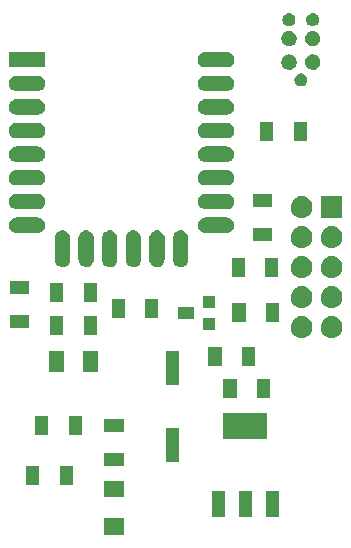
<source format=gbr>
G04 #@! TF.FileFunction,Soldermask,Top*
%FSLAX46Y46*%
G04 Gerber Fmt 4.6, Leading zero omitted, Abs format (unit mm)*
G04 Created by KiCad (PCBNEW 4.0.2-stable) date 20.4.2016 10:49:15*
%MOMM*%
G01*
G04 APERTURE LIST*
%ADD10C,0.050000*%
G04 APERTURE END LIST*
D10*
G36*
X70029170Y-175693160D02*
X68405170Y-175693160D01*
X68405170Y-174323160D01*
X70029170Y-174323160D01*
X70029170Y-175693160D01*
X70029170Y-175693160D01*
G37*
G36*
X78601670Y-174169160D02*
X77485670Y-174169160D01*
X77485670Y-172037160D01*
X78601670Y-172037160D01*
X78601670Y-174169160D01*
X78601670Y-174169160D01*
G37*
G36*
X83173670Y-174169160D02*
X82057670Y-174169160D01*
X82057670Y-172037160D01*
X83173670Y-172037160D01*
X83173670Y-174169160D01*
X83173670Y-174169160D01*
G37*
G36*
X80887670Y-174169160D02*
X79771670Y-174169160D01*
X79771670Y-172037160D01*
X80887670Y-172037160D01*
X80887670Y-174169160D01*
X80887670Y-174169160D01*
G37*
G36*
X70029170Y-172518160D02*
X68405170Y-172518160D01*
X68405170Y-171148160D01*
X70029170Y-171148160D01*
X70029170Y-172518160D01*
X70029170Y-172518160D01*
G37*
G36*
X62886690Y-171502160D02*
X61770690Y-171502160D01*
X61770690Y-169878160D01*
X62886690Y-169878160D01*
X62886690Y-171502160D01*
X62886690Y-171502160D01*
G37*
G36*
X65741650Y-171502160D02*
X64625650Y-171502160D01*
X64625650Y-169878160D01*
X65741650Y-169878160D01*
X65741650Y-171502160D01*
X65741650Y-171502160D01*
G37*
G36*
X70029170Y-169881640D02*
X68405170Y-169881640D01*
X68405170Y-168765640D01*
X70029170Y-168765640D01*
X70029170Y-169881640D01*
X70029170Y-169881640D01*
G37*
G36*
X74728170Y-169548900D02*
X73612170Y-169548900D01*
X73612170Y-166654900D01*
X74728170Y-166654900D01*
X74728170Y-169548900D01*
X74728170Y-169548900D01*
G37*
G36*
X82208470Y-167565160D02*
X78450870Y-167565160D01*
X78450870Y-165433160D01*
X82208470Y-165433160D01*
X82208470Y-167565160D01*
X82208470Y-167565160D01*
G37*
G36*
X66503650Y-167247660D02*
X65387650Y-167247660D01*
X65387650Y-165623660D01*
X66503650Y-165623660D01*
X66503650Y-167247660D01*
X66503650Y-167247660D01*
G37*
G36*
X63648690Y-167247660D02*
X62532690Y-167247660D01*
X62532690Y-165623660D01*
X63648690Y-165623660D01*
X63648690Y-167247660D01*
X63648690Y-167247660D01*
G37*
G36*
X70029170Y-167026680D02*
X68405170Y-167026680D01*
X68405170Y-165910680D01*
X70029170Y-165910680D01*
X70029170Y-167026680D01*
X70029170Y-167026680D01*
G37*
G36*
X82442150Y-164136160D02*
X81326150Y-164136160D01*
X81326150Y-162512160D01*
X82442150Y-162512160D01*
X82442150Y-164136160D01*
X82442150Y-164136160D01*
G37*
G36*
X79587190Y-164136160D02*
X78471190Y-164136160D01*
X78471190Y-162512160D01*
X79587190Y-162512160D01*
X79587190Y-164136160D01*
X79587190Y-164136160D01*
G37*
G36*
X74728170Y-163041420D02*
X73612170Y-163041420D01*
X73612170Y-160147420D01*
X74728170Y-160147420D01*
X74728170Y-163041420D01*
X74728170Y-163041420D01*
G37*
G36*
X67837150Y-161913660D02*
X66594150Y-161913660D01*
X66594150Y-160162660D01*
X67837150Y-160162660D01*
X67837150Y-161913660D01*
X67837150Y-161913660D01*
G37*
G36*
X64982190Y-161913660D02*
X63739190Y-161913660D01*
X63739190Y-160162660D01*
X64982190Y-160162660D01*
X64982190Y-161913660D01*
X64982190Y-161913660D01*
G37*
G36*
X81172150Y-161405660D02*
X80056150Y-161405660D01*
X80056150Y-159781660D01*
X81172150Y-159781660D01*
X81172150Y-161405660D01*
X81172150Y-161405660D01*
G37*
G36*
X78317190Y-161405660D02*
X77201190Y-161405660D01*
X77201190Y-159781660D01*
X78317190Y-159781660D01*
X78317190Y-161405660D01*
X78317190Y-161405660D01*
G37*
G36*
X85108330Y-157203641D02*
X85108339Y-157203642D01*
X85109347Y-157203649D01*
X85286539Y-157223524D01*
X85456496Y-157277438D01*
X85612745Y-157363336D01*
X85749333Y-157477948D01*
X85861059Y-157616906D01*
X85943666Y-157774919D01*
X85994009Y-157945968D01*
X86010169Y-158123538D01*
X85991531Y-158300865D01*
X85938805Y-158471194D01*
X85854000Y-158628039D01*
X85740345Y-158765424D01*
X85602170Y-158878117D01*
X85444737Y-158961825D01*
X85274044Y-159013361D01*
X85096591Y-159030760D01*
X85087659Y-159030760D01*
X85076010Y-159030679D01*
X85076001Y-159030678D01*
X85074993Y-159030671D01*
X84897801Y-159010796D01*
X84727844Y-158956882D01*
X84571595Y-158870984D01*
X84435007Y-158756372D01*
X84323281Y-158617414D01*
X84240674Y-158459401D01*
X84190331Y-158288352D01*
X84174171Y-158110782D01*
X84192809Y-157933455D01*
X84245535Y-157763126D01*
X84330340Y-157606281D01*
X84443995Y-157468896D01*
X84582170Y-157356203D01*
X84739603Y-157272495D01*
X84910296Y-157220959D01*
X85087749Y-157203560D01*
X85096681Y-157203560D01*
X85108330Y-157203641D01*
X85108330Y-157203641D01*
G37*
G36*
X87648330Y-157203641D02*
X87648339Y-157203642D01*
X87649347Y-157203649D01*
X87826539Y-157223524D01*
X87996496Y-157277438D01*
X88152745Y-157363336D01*
X88289333Y-157477948D01*
X88401059Y-157616906D01*
X88483666Y-157774919D01*
X88534009Y-157945968D01*
X88550169Y-158123538D01*
X88531531Y-158300865D01*
X88478805Y-158471194D01*
X88394000Y-158628039D01*
X88280345Y-158765424D01*
X88142170Y-158878117D01*
X87984737Y-158961825D01*
X87814044Y-159013361D01*
X87636591Y-159030760D01*
X87627659Y-159030760D01*
X87616010Y-159030679D01*
X87616001Y-159030678D01*
X87614993Y-159030671D01*
X87437801Y-159010796D01*
X87267844Y-158956882D01*
X87111595Y-158870984D01*
X86975007Y-158756372D01*
X86863281Y-158617414D01*
X86780674Y-158459401D01*
X86730331Y-158288352D01*
X86714171Y-158110782D01*
X86732809Y-157933455D01*
X86785535Y-157763126D01*
X86870340Y-157606281D01*
X86983995Y-157468896D01*
X87122170Y-157356203D01*
X87279603Y-157272495D01*
X87450296Y-157220959D01*
X87627749Y-157203560D01*
X87636681Y-157203560D01*
X87648330Y-157203641D01*
X87648330Y-157203641D01*
G37*
G36*
X64918690Y-158802160D02*
X63802690Y-158802160D01*
X63802690Y-157178160D01*
X64918690Y-157178160D01*
X64918690Y-158802160D01*
X64918690Y-158802160D01*
G37*
G36*
X67773650Y-158802160D02*
X66657650Y-158802160D01*
X66657650Y-157178160D01*
X67773650Y-157178160D01*
X67773650Y-158802160D01*
X67773650Y-158802160D01*
G37*
G36*
X77776170Y-158370360D02*
X76761770Y-158370360D01*
X76761770Y-157355960D01*
X77776170Y-157355960D01*
X77776170Y-158370360D01*
X77776170Y-158370360D01*
G37*
G36*
X62028170Y-158197640D02*
X60404170Y-158197640D01*
X60404170Y-157081640D01*
X62028170Y-157081640D01*
X62028170Y-158197640D01*
X62028170Y-158197640D01*
G37*
G36*
X80349190Y-157722660D02*
X79233190Y-157722660D01*
X79233190Y-156098660D01*
X80349190Y-156098660D01*
X80349190Y-157722660D01*
X80349190Y-157722660D01*
G37*
G36*
X83204150Y-157722660D02*
X82088150Y-157722660D01*
X82088150Y-156098660D01*
X83204150Y-156098660D01*
X83204150Y-157722660D01*
X83204150Y-157722660D01*
G37*
G36*
X76026110Y-157417860D02*
X74656110Y-157417860D01*
X74656110Y-156403460D01*
X76026110Y-156403460D01*
X76026110Y-157417860D01*
X76026110Y-157417860D01*
G37*
G36*
X72980650Y-157341660D02*
X71864650Y-157341660D01*
X71864650Y-155717660D01*
X72980650Y-155717660D01*
X72980650Y-157341660D01*
X72980650Y-157341660D01*
G37*
G36*
X70125690Y-157341660D02*
X69009690Y-157341660D01*
X69009690Y-155717660D01*
X70125690Y-155717660D01*
X70125690Y-157341660D01*
X70125690Y-157341660D01*
G37*
G36*
X85108330Y-154663641D02*
X85108339Y-154663642D01*
X85109347Y-154663649D01*
X85286539Y-154683524D01*
X85456496Y-154737438D01*
X85612745Y-154823336D01*
X85749333Y-154937948D01*
X85861059Y-155076906D01*
X85943666Y-155234919D01*
X85994009Y-155405968D01*
X86010169Y-155583538D01*
X85991531Y-155760865D01*
X85938805Y-155931194D01*
X85854000Y-156088039D01*
X85740345Y-156225424D01*
X85602170Y-156338117D01*
X85444737Y-156421825D01*
X85274044Y-156473361D01*
X85096591Y-156490760D01*
X85087659Y-156490760D01*
X85076010Y-156490679D01*
X85076001Y-156490678D01*
X85074993Y-156490671D01*
X84897801Y-156470796D01*
X84727844Y-156416882D01*
X84571595Y-156330984D01*
X84435007Y-156216372D01*
X84323281Y-156077414D01*
X84240674Y-155919401D01*
X84190331Y-155748352D01*
X84174171Y-155570782D01*
X84192809Y-155393455D01*
X84245535Y-155223126D01*
X84330340Y-155066281D01*
X84443995Y-154928896D01*
X84582170Y-154816203D01*
X84739603Y-154732495D01*
X84910296Y-154680959D01*
X85087749Y-154663560D01*
X85096681Y-154663560D01*
X85108330Y-154663641D01*
X85108330Y-154663641D01*
G37*
G36*
X87648330Y-154663641D02*
X87648339Y-154663642D01*
X87649347Y-154663649D01*
X87826539Y-154683524D01*
X87996496Y-154737438D01*
X88152745Y-154823336D01*
X88289333Y-154937948D01*
X88401059Y-155076906D01*
X88483666Y-155234919D01*
X88534009Y-155405968D01*
X88550169Y-155583538D01*
X88531531Y-155760865D01*
X88478805Y-155931194D01*
X88394000Y-156088039D01*
X88280345Y-156225424D01*
X88142170Y-156338117D01*
X87984737Y-156421825D01*
X87814044Y-156473361D01*
X87636591Y-156490760D01*
X87627659Y-156490760D01*
X87616010Y-156490679D01*
X87616001Y-156490678D01*
X87614993Y-156490671D01*
X87437801Y-156470796D01*
X87267844Y-156416882D01*
X87111595Y-156330984D01*
X86975007Y-156216372D01*
X86863281Y-156077414D01*
X86780674Y-155919401D01*
X86730331Y-155748352D01*
X86714171Y-155570782D01*
X86732809Y-155393455D01*
X86785535Y-155223126D01*
X86870340Y-155066281D01*
X86983995Y-154928896D01*
X87122170Y-154816203D01*
X87279603Y-154732495D01*
X87450296Y-154680959D01*
X87627749Y-154663560D01*
X87636681Y-154663560D01*
X87648330Y-154663641D01*
X87648330Y-154663641D01*
G37*
G36*
X77776170Y-156465360D02*
X76761770Y-156465360D01*
X76761770Y-155450960D01*
X77776170Y-155450960D01*
X77776170Y-156465360D01*
X77776170Y-156465360D01*
G37*
G36*
X67773650Y-156008160D02*
X66657650Y-156008160D01*
X66657650Y-154384160D01*
X67773650Y-154384160D01*
X67773650Y-156008160D01*
X67773650Y-156008160D01*
G37*
G36*
X64918690Y-156008160D02*
X63802690Y-156008160D01*
X63802690Y-154384160D01*
X64918690Y-154384160D01*
X64918690Y-156008160D01*
X64918690Y-156008160D01*
G37*
G36*
X62028170Y-155342680D02*
X60404170Y-155342680D01*
X60404170Y-154226680D01*
X62028170Y-154226680D01*
X62028170Y-155342680D01*
X62028170Y-155342680D01*
G37*
G36*
X85108330Y-152123641D02*
X85108339Y-152123642D01*
X85109347Y-152123649D01*
X85286539Y-152143524D01*
X85456496Y-152197438D01*
X85612745Y-152283336D01*
X85749333Y-152397948D01*
X85861059Y-152536906D01*
X85943666Y-152694919D01*
X85994009Y-152865968D01*
X86010169Y-153043538D01*
X85991531Y-153220865D01*
X85938805Y-153391194D01*
X85854000Y-153548039D01*
X85740345Y-153685424D01*
X85602170Y-153798117D01*
X85444737Y-153881825D01*
X85274044Y-153933361D01*
X85096591Y-153950760D01*
X85087659Y-153950760D01*
X85076010Y-153950679D01*
X85076001Y-153950678D01*
X85074993Y-153950671D01*
X84897801Y-153930796D01*
X84727844Y-153876882D01*
X84571595Y-153790984D01*
X84435007Y-153676372D01*
X84323281Y-153537414D01*
X84240674Y-153379401D01*
X84190331Y-153208352D01*
X84174171Y-153030782D01*
X84192809Y-152853455D01*
X84245535Y-152683126D01*
X84330340Y-152526281D01*
X84443995Y-152388896D01*
X84582170Y-152276203D01*
X84739603Y-152192495D01*
X84910296Y-152140959D01*
X85087749Y-152123560D01*
X85096681Y-152123560D01*
X85108330Y-152123641D01*
X85108330Y-152123641D01*
G37*
G36*
X87648330Y-152123641D02*
X87648339Y-152123642D01*
X87649347Y-152123649D01*
X87826539Y-152143524D01*
X87996496Y-152197438D01*
X88152745Y-152283336D01*
X88289333Y-152397948D01*
X88401059Y-152536906D01*
X88483666Y-152694919D01*
X88534009Y-152865968D01*
X88550169Y-153043538D01*
X88531531Y-153220865D01*
X88478805Y-153391194D01*
X88394000Y-153548039D01*
X88280345Y-153685424D01*
X88142170Y-153798117D01*
X87984737Y-153881825D01*
X87814044Y-153933361D01*
X87636591Y-153950760D01*
X87627659Y-153950760D01*
X87616010Y-153950679D01*
X87616001Y-153950678D01*
X87614993Y-153950671D01*
X87437801Y-153930796D01*
X87267844Y-153876882D01*
X87111595Y-153790984D01*
X86975007Y-153676372D01*
X86863281Y-153537414D01*
X86780674Y-153379401D01*
X86730331Y-153208352D01*
X86714171Y-153030782D01*
X86732809Y-152853455D01*
X86785535Y-152683126D01*
X86870340Y-152526281D01*
X86983995Y-152388896D01*
X87122170Y-152276203D01*
X87279603Y-152192495D01*
X87450296Y-152140959D01*
X87627749Y-152123560D01*
X87636681Y-152123560D01*
X87648330Y-152123641D01*
X87648330Y-152123641D01*
G37*
G36*
X80285690Y-153912660D02*
X79169690Y-153912660D01*
X79169690Y-152288660D01*
X80285690Y-152288660D01*
X80285690Y-153912660D01*
X80285690Y-153912660D01*
G37*
G36*
X83140650Y-153912660D02*
X82024650Y-153912660D01*
X82024650Y-152288660D01*
X83140650Y-152288660D01*
X83140650Y-153912660D01*
X83140650Y-153912660D01*
G37*
G36*
X70982846Y-149935933D02*
X70982848Y-149935934D01*
X70982871Y-149935936D01*
X71104055Y-149973449D01*
X71215645Y-150033786D01*
X71313391Y-150114648D01*
X71393569Y-150212955D01*
X71453125Y-150324964D01*
X71489791Y-150446408D01*
X71502170Y-150572660D01*
X71502170Y-152387781D01*
X71502118Y-152395188D01*
X71502107Y-152396735D01*
X71487966Y-152522803D01*
X71449608Y-152643722D01*
X71388494Y-152754889D01*
X71306951Y-152852067D01*
X71208086Y-152931557D01*
X71095664Y-152990330D01*
X70973968Y-153026147D01*
X70973947Y-153026149D01*
X70973943Y-153026150D01*
X70847634Y-153037646D01*
X70721494Y-153024387D01*
X70721492Y-153024386D01*
X70721469Y-153024384D01*
X70600285Y-152986871D01*
X70488695Y-152926534D01*
X70390949Y-152845672D01*
X70310771Y-152747365D01*
X70251215Y-152635356D01*
X70214549Y-152513912D01*
X70202170Y-152387660D01*
X70202170Y-150572539D01*
X70202226Y-150564602D01*
X70202233Y-150563585D01*
X70216374Y-150437517D01*
X70254732Y-150316598D01*
X70315846Y-150205431D01*
X70397389Y-150108253D01*
X70496254Y-150028763D01*
X70608676Y-149969990D01*
X70730372Y-149934173D01*
X70730393Y-149934171D01*
X70730397Y-149934170D01*
X70856706Y-149922674D01*
X70982846Y-149935933D01*
X70982846Y-149935933D01*
G37*
G36*
X74982846Y-149935933D02*
X74982848Y-149935934D01*
X74982871Y-149935936D01*
X75104055Y-149973449D01*
X75215645Y-150033786D01*
X75313391Y-150114648D01*
X75393569Y-150212955D01*
X75453125Y-150324964D01*
X75489791Y-150446408D01*
X75502170Y-150572660D01*
X75502170Y-152387781D01*
X75502118Y-152395188D01*
X75502107Y-152396735D01*
X75487966Y-152522803D01*
X75449608Y-152643722D01*
X75388494Y-152754889D01*
X75306951Y-152852067D01*
X75208086Y-152931557D01*
X75095664Y-152990330D01*
X74973968Y-153026147D01*
X74973947Y-153026149D01*
X74973943Y-153026150D01*
X74847634Y-153037646D01*
X74721494Y-153024387D01*
X74721492Y-153024386D01*
X74721469Y-153024384D01*
X74600285Y-152986871D01*
X74488695Y-152926534D01*
X74390949Y-152845672D01*
X74310771Y-152747365D01*
X74251215Y-152635356D01*
X74214549Y-152513912D01*
X74202170Y-152387660D01*
X74202170Y-150572539D01*
X74202226Y-150564602D01*
X74202233Y-150563585D01*
X74216374Y-150437517D01*
X74254732Y-150316598D01*
X74315846Y-150205431D01*
X74397389Y-150108253D01*
X74496254Y-150028763D01*
X74608676Y-149969990D01*
X74730372Y-149934173D01*
X74730393Y-149934171D01*
X74730397Y-149934170D01*
X74856706Y-149922674D01*
X74982846Y-149935933D01*
X74982846Y-149935933D01*
G37*
G36*
X64982846Y-149935933D02*
X64982848Y-149935934D01*
X64982871Y-149935936D01*
X65104055Y-149973449D01*
X65215645Y-150033786D01*
X65313391Y-150114648D01*
X65393569Y-150212955D01*
X65453125Y-150324964D01*
X65489791Y-150446408D01*
X65502170Y-150572660D01*
X65502170Y-152387781D01*
X65502118Y-152395188D01*
X65502107Y-152396735D01*
X65487966Y-152522803D01*
X65449608Y-152643722D01*
X65388494Y-152754889D01*
X65306951Y-152852067D01*
X65208086Y-152931557D01*
X65095664Y-152990330D01*
X64973968Y-153026147D01*
X64973947Y-153026149D01*
X64973943Y-153026150D01*
X64847634Y-153037646D01*
X64721494Y-153024387D01*
X64721492Y-153024386D01*
X64721469Y-153024384D01*
X64600285Y-152986871D01*
X64488695Y-152926534D01*
X64390949Y-152845672D01*
X64310771Y-152747365D01*
X64251215Y-152635356D01*
X64214549Y-152513912D01*
X64202170Y-152387660D01*
X64202170Y-150572539D01*
X64202226Y-150564602D01*
X64202233Y-150563585D01*
X64216374Y-150437517D01*
X64254732Y-150316598D01*
X64315846Y-150205431D01*
X64397389Y-150108253D01*
X64496254Y-150028763D01*
X64608676Y-149969990D01*
X64730372Y-149934173D01*
X64730393Y-149934171D01*
X64730397Y-149934170D01*
X64856706Y-149922674D01*
X64982846Y-149935933D01*
X64982846Y-149935933D01*
G37*
G36*
X66982846Y-149935933D02*
X66982848Y-149935934D01*
X66982871Y-149935936D01*
X67104055Y-149973449D01*
X67215645Y-150033786D01*
X67313391Y-150114648D01*
X67393569Y-150212955D01*
X67453125Y-150324964D01*
X67489791Y-150446408D01*
X67502170Y-150572660D01*
X67502170Y-152387781D01*
X67502118Y-152395188D01*
X67502107Y-152396735D01*
X67487966Y-152522803D01*
X67449608Y-152643722D01*
X67388494Y-152754889D01*
X67306951Y-152852067D01*
X67208086Y-152931557D01*
X67095664Y-152990330D01*
X66973968Y-153026147D01*
X66973947Y-153026149D01*
X66973943Y-153026150D01*
X66847634Y-153037646D01*
X66721494Y-153024387D01*
X66721492Y-153024386D01*
X66721469Y-153024384D01*
X66600285Y-152986871D01*
X66488695Y-152926534D01*
X66390949Y-152845672D01*
X66310771Y-152747365D01*
X66251215Y-152635356D01*
X66214549Y-152513912D01*
X66202170Y-152387660D01*
X66202170Y-150572539D01*
X66202226Y-150564602D01*
X66202233Y-150563585D01*
X66216374Y-150437517D01*
X66254732Y-150316598D01*
X66315846Y-150205431D01*
X66397389Y-150108253D01*
X66496254Y-150028763D01*
X66608676Y-149969990D01*
X66730372Y-149934173D01*
X66730393Y-149934171D01*
X66730397Y-149934170D01*
X66856706Y-149922674D01*
X66982846Y-149935933D01*
X66982846Y-149935933D01*
G37*
G36*
X68982846Y-149935933D02*
X68982848Y-149935934D01*
X68982871Y-149935936D01*
X69104055Y-149973449D01*
X69215645Y-150033786D01*
X69313391Y-150114648D01*
X69393569Y-150212955D01*
X69453125Y-150324964D01*
X69489791Y-150446408D01*
X69502170Y-150572660D01*
X69502170Y-152387781D01*
X69502118Y-152395188D01*
X69502107Y-152396735D01*
X69487966Y-152522803D01*
X69449608Y-152643722D01*
X69388494Y-152754889D01*
X69306951Y-152852067D01*
X69208086Y-152931557D01*
X69095664Y-152990330D01*
X68973968Y-153026147D01*
X68973947Y-153026149D01*
X68973943Y-153026150D01*
X68847634Y-153037646D01*
X68721494Y-153024387D01*
X68721492Y-153024386D01*
X68721469Y-153024384D01*
X68600285Y-152986871D01*
X68488695Y-152926534D01*
X68390949Y-152845672D01*
X68310771Y-152747365D01*
X68251215Y-152635356D01*
X68214549Y-152513912D01*
X68202170Y-152387660D01*
X68202170Y-150572539D01*
X68202226Y-150564602D01*
X68202233Y-150563585D01*
X68216374Y-150437517D01*
X68254732Y-150316598D01*
X68315846Y-150205431D01*
X68397389Y-150108253D01*
X68496254Y-150028763D01*
X68608676Y-149969990D01*
X68730372Y-149934173D01*
X68730393Y-149934171D01*
X68730397Y-149934170D01*
X68856706Y-149922674D01*
X68982846Y-149935933D01*
X68982846Y-149935933D01*
G37*
G36*
X72982846Y-149935933D02*
X72982848Y-149935934D01*
X72982871Y-149935936D01*
X73104055Y-149973449D01*
X73215645Y-150033786D01*
X73313391Y-150114648D01*
X73393569Y-150212955D01*
X73453125Y-150324964D01*
X73489791Y-150446408D01*
X73502170Y-150572660D01*
X73502170Y-152387781D01*
X73502118Y-152395188D01*
X73502107Y-152396735D01*
X73487966Y-152522803D01*
X73449608Y-152643722D01*
X73388494Y-152754889D01*
X73306951Y-152852067D01*
X73208086Y-152931557D01*
X73095664Y-152990330D01*
X72973968Y-153026147D01*
X72973947Y-153026149D01*
X72973943Y-153026150D01*
X72847634Y-153037646D01*
X72721494Y-153024387D01*
X72721492Y-153024386D01*
X72721469Y-153024384D01*
X72600285Y-152986871D01*
X72488695Y-152926534D01*
X72390949Y-152845672D01*
X72310771Y-152747365D01*
X72251215Y-152635356D01*
X72214549Y-152513912D01*
X72202170Y-152387660D01*
X72202170Y-150572539D01*
X72202226Y-150564602D01*
X72202233Y-150563585D01*
X72216374Y-150437517D01*
X72254732Y-150316598D01*
X72315846Y-150205431D01*
X72397389Y-150108253D01*
X72496254Y-150028763D01*
X72608676Y-149969990D01*
X72730372Y-149934173D01*
X72730393Y-149934171D01*
X72730397Y-149934170D01*
X72856706Y-149922674D01*
X72982846Y-149935933D01*
X72982846Y-149935933D01*
G37*
G36*
X87648330Y-149583641D02*
X87648339Y-149583642D01*
X87649347Y-149583649D01*
X87826539Y-149603524D01*
X87996496Y-149657438D01*
X88152745Y-149743336D01*
X88289333Y-149857948D01*
X88401059Y-149996906D01*
X88483666Y-150154919D01*
X88534009Y-150325968D01*
X88550169Y-150503538D01*
X88531531Y-150680865D01*
X88478805Y-150851194D01*
X88394000Y-151008039D01*
X88280345Y-151145424D01*
X88142170Y-151258117D01*
X87984737Y-151341825D01*
X87814044Y-151393361D01*
X87636591Y-151410760D01*
X87627659Y-151410760D01*
X87616010Y-151410679D01*
X87616001Y-151410678D01*
X87614993Y-151410671D01*
X87437801Y-151390796D01*
X87267844Y-151336882D01*
X87111595Y-151250984D01*
X86975007Y-151136372D01*
X86863281Y-150997414D01*
X86780674Y-150839401D01*
X86730331Y-150668352D01*
X86714171Y-150490782D01*
X86732809Y-150313455D01*
X86785535Y-150143126D01*
X86870340Y-149986281D01*
X86983995Y-149848896D01*
X87122170Y-149736203D01*
X87279603Y-149652495D01*
X87450296Y-149600959D01*
X87627749Y-149583560D01*
X87636681Y-149583560D01*
X87648330Y-149583641D01*
X87648330Y-149583641D01*
G37*
G36*
X85108330Y-149583641D02*
X85108339Y-149583642D01*
X85109347Y-149583649D01*
X85286539Y-149603524D01*
X85456496Y-149657438D01*
X85612745Y-149743336D01*
X85749333Y-149857948D01*
X85861059Y-149996906D01*
X85943666Y-150154919D01*
X85994009Y-150325968D01*
X86010169Y-150503538D01*
X85991531Y-150680865D01*
X85938805Y-150851194D01*
X85854000Y-151008039D01*
X85740345Y-151145424D01*
X85602170Y-151258117D01*
X85444737Y-151341825D01*
X85274044Y-151393361D01*
X85096591Y-151410760D01*
X85087659Y-151410760D01*
X85076010Y-151410679D01*
X85076001Y-151410678D01*
X85074993Y-151410671D01*
X84897801Y-151390796D01*
X84727844Y-151336882D01*
X84571595Y-151250984D01*
X84435007Y-151136372D01*
X84323281Y-150997414D01*
X84240674Y-150839401D01*
X84190331Y-150668352D01*
X84174171Y-150490782D01*
X84192809Y-150313455D01*
X84245535Y-150143126D01*
X84330340Y-149986281D01*
X84443995Y-149848896D01*
X84582170Y-149736203D01*
X84739603Y-149652495D01*
X84910296Y-149600959D01*
X85087749Y-149583560D01*
X85096681Y-149583560D01*
X85108330Y-149583641D01*
X85108330Y-149583641D01*
G37*
G36*
X82602170Y-150831640D02*
X80978170Y-150831640D01*
X80978170Y-149715640D01*
X82602170Y-149715640D01*
X82602170Y-150831640D01*
X82602170Y-150831640D01*
G37*
G36*
X78767021Y-148830211D02*
X78768745Y-148830223D01*
X78894813Y-148844364D01*
X79015732Y-148882722D01*
X79126899Y-148943836D01*
X79224077Y-149025379D01*
X79303567Y-149124244D01*
X79362340Y-149236666D01*
X79398157Y-149358362D01*
X79398159Y-149358383D01*
X79398160Y-149358387D01*
X79409656Y-149484696D01*
X79397153Y-149603642D01*
X79396394Y-149610861D01*
X79358881Y-149732045D01*
X79298544Y-149843635D01*
X79217682Y-149941381D01*
X79119375Y-150021559D01*
X79007366Y-150081115D01*
X78885922Y-150117781D01*
X78759670Y-150130160D01*
X76944581Y-150130160D01*
X76937319Y-150130109D01*
X76935595Y-150130097D01*
X76809527Y-150115956D01*
X76688608Y-150077598D01*
X76577441Y-150016484D01*
X76480263Y-149934941D01*
X76400773Y-149836076D01*
X76342000Y-149723654D01*
X76306183Y-149601958D01*
X76306181Y-149601937D01*
X76306180Y-149601933D01*
X76294684Y-149475624D01*
X76307943Y-149349484D01*
X76307944Y-149349482D01*
X76307946Y-149349459D01*
X76345459Y-149228275D01*
X76405796Y-149116685D01*
X76486658Y-149018939D01*
X76584965Y-148938761D01*
X76696974Y-148879205D01*
X76818418Y-148842539D01*
X76944670Y-148830160D01*
X78759759Y-148830160D01*
X78767021Y-148830211D01*
X78767021Y-148830211D01*
G37*
G36*
X62767021Y-148830211D02*
X62768745Y-148830223D01*
X62894813Y-148844364D01*
X63015732Y-148882722D01*
X63126899Y-148943836D01*
X63224077Y-149025379D01*
X63303567Y-149124244D01*
X63362340Y-149236666D01*
X63398157Y-149358362D01*
X63398159Y-149358383D01*
X63398160Y-149358387D01*
X63409656Y-149484696D01*
X63397153Y-149603642D01*
X63396394Y-149610861D01*
X63358881Y-149732045D01*
X63298544Y-149843635D01*
X63217682Y-149941381D01*
X63119375Y-150021559D01*
X63007366Y-150081115D01*
X62885922Y-150117781D01*
X62759670Y-150130160D01*
X60944581Y-150130160D01*
X60937319Y-150130109D01*
X60935595Y-150130097D01*
X60809527Y-150115956D01*
X60688608Y-150077598D01*
X60577441Y-150016484D01*
X60480263Y-149934941D01*
X60400773Y-149836076D01*
X60342000Y-149723654D01*
X60306183Y-149601958D01*
X60306181Y-149601937D01*
X60306180Y-149601933D01*
X60294684Y-149475624D01*
X60307943Y-149349484D01*
X60307944Y-149349482D01*
X60307946Y-149349459D01*
X60345459Y-149228275D01*
X60405796Y-149116685D01*
X60486658Y-149018939D01*
X60584965Y-148938761D01*
X60696974Y-148879205D01*
X60818418Y-148842539D01*
X60944670Y-148830160D01*
X62759759Y-148830160D01*
X62767021Y-148830211D01*
X62767021Y-148830211D01*
G37*
G36*
X85108330Y-147043641D02*
X85108339Y-147043642D01*
X85109347Y-147043649D01*
X85286539Y-147063524D01*
X85456496Y-147117438D01*
X85612745Y-147203336D01*
X85749333Y-147317948D01*
X85861059Y-147456906D01*
X85943666Y-147614919D01*
X85994009Y-147785968D01*
X85994011Y-147785993D01*
X86007567Y-147934941D01*
X86010169Y-147963538D01*
X85991531Y-148140865D01*
X85938805Y-148311194D01*
X85854000Y-148468039D01*
X85740345Y-148605424D01*
X85602170Y-148718117D01*
X85444737Y-148801825D01*
X85274044Y-148853361D01*
X85096591Y-148870760D01*
X85087659Y-148870760D01*
X85076010Y-148870679D01*
X85076001Y-148870678D01*
X85074993Y-148870671D01*
X84897801Y-148850796D01*
X84727844Y-148796882D01*
X84571595Y-148710984D01*
X84435007Y-148596372D01*
X84323281Y-148457414D01*
X84240674Y-148299401D01*
X84190331Y-148128352D01*
X84174171Y-147950782D01*
X84192809Y-147773455D01*
X84245535Y-147603126D01*
X84330340Y-147446281D01*
X84443995Y-147308896D01*
X84582170Y-147196203D01*
X84739603Y-147112495D01*
X84910296Y-147060959D01*
X85087749Y-147043560D01*
X85096681Y-147043560D01*
X85108330Y-147043641D01*
X85108330Y-147043641D01*
G37*
G36*
X88545770Y-148870760D02*
X86718570Y-148870760D01*
X86718570Y-147043560D01*
X88545770Y-147043560D01*
X88545770Y-148870760D01*
X88545770Y-148870760D01*
G37*
G36*
X78767021Y-146830211D02*
X78768745Y-146830223D01*
X78894813Y-146844364D01*
X79015732Y-146882722D01*
X79126899Y-146943836D01*
X79224077Y-147025379D01*
X79303567Y-147124244D01*
X79362340Y-147236666D01*
X79398157Y-147358362D01*
X79398159Y-147358383D01*
X79398160Y-147358387D01*
X79409656Y-147484696D01*
X79396397Y-147610836D01*
X79396394Y-147610861D01*
X79358881Y-147732045D01*
X79298544Y-147843635D01*
X79217682Y-147941381D01*
X79119375Y-148021559D01*
X79007366Y-148081115D01*
X78885922Y-148117781D01*
X78759670Y-148130160D01*
X76944581Y-148130160D01*
X76937319Y-148130109D01*
X76935595Y-148130097D01*
X76809527Y-148115956D01*
X76688608Y-148077598D01*
X76577441Y-148016484D01*
X76480263Y-147934941D01*
X76400773Y-147836076D01*
X76342000Y-147723654D01*
X76306183Y-147601958D01*
X76306181Y-147601937D01*
X76306180Y-147601933D01*
X76294684Y-147475624D01*
X76307943Y-147349484D01*
X76307944Y-147349482D01*
X76307946Y-147349459D01*
X76345459Y-147228275D01*
X76405796Y-147116685D01*
X76486658Y-147018939D01*
X76584965Y-146938761D01*
X76696974Y-146879205D01*
X76818418Y-146842539D01*
X76944670Y-146830160D01*
X78759759Y-146830160D01*
X78767021Y-146830211D01*
X78767021Y-146830211D01*
G37*
G36*
X62767021Y-146830211D02*
X62768745Y-146830223D01*
X62894813Y-146844364D01*
X63015732Y-146882722D01*
X63126899Y-146943836D01*
X63224077Y-147025379D01*
X63303567Y-147124244D01*
X63362340Y-147236666D01*
X63398157Y-147358362D01*
X63398159Y-147358383D01*
X63398160Y-147358387D01*
X63409656Y-147484696D01*
X63396397Y-147610836D01*
X63396394Y-147610861D01*
X63358881Y-147732045D01*
X63298544Y-147843635D01*
X63217682Y-147941381D01*
X63119375Y-148021559D01*
X63007366Y-148081115D01*
X62885922Y-148117781D01*
X62759670Y-148130160D01*
X60944581Y-148130160D01*
X60937319Y-148130109D01*
X60935595Y-148130097D01*
X60809527Y-148115956D01*
X60688608Y-148077598D01*
X60577441Y-148016484D01*
X60480263Y-147934941D01*
X60400773Y-147836076D01*
X60342000Y-147723654D01*
X60306183Y-147601958D01*
X60306181Y-147601937D01*
X60306180Y-147601933D01*
X60294684Y-147475624D01*
X60307943Y-147349484D01*
X60307944Y-147349482D01*
X60307946Y-147349459D01*
X60345459Y-147228275D01*
X60405796Y-147116685D01*
X60486658Y-147018939D01*
X60584965Y-146938761D01*
X60696974Y-146879205D01*
X60818418Y-146842539D01*
X60944670Y-146830160D01*
X62759759Y-146830160D01*
X62767021Y-146830211D01*
X62767021Y-146830211D01*
G37*
G36*
X82602170Y-147976680D02*
X80978170Y-147976680D01*
X80978170Y-146860680D01*
X82602170Y-146860680D01*
X82602170Y-147976680D01*
X82602170Y-147976680D01*
G37*
G36*
X78767021Y-144830211D02*
X78768745Y-144830223D01*
X78894813Y-144844364D01*
X79015732Y-144882722D01*
X79126899Y-144943836D01*
X79224077Y-145025379D01*
X79303567Y-145124244D01*
X79362340Y-145236666D01*
X79398157Y-145358362D01*
X79398159Y-145358383D01*
X79398160Y-145358387D01*
X79409656Y-145484696D01*
X79397330Y-145601958D01*
X79396394Y-145610861D01*
X79358881Y-145732045D01*
X79298544Y-145843635D01*
X79217682Y-145941381D01*
X79119375Y-146021559D01*
X79007366Y-146081115D01*
X78885922Y-146117781D01*
X78759670Y-146130160D01*
X76944581Y-146130160D01*
X76937319Y-146130109D01*
X76935595Y-146130097D01*
X76809527Y-146115956D01*
X76688608Y-146077598D01*
X76577441Y-146016484D01*
X76480263Y-145934941D01*
X76400773Y-145836076D01*
X76342000Y-145723654D01*
X76306183Y-145601958D01*
X76306181Y-145601937D01*
X76306180Y-145601933D01*
X76294684Y-145475624D01*
X76307943Y-145349484D01*
X76307944Y-145349482D01*
X76307946Y-145349459D01*
X76345459Y-145228275D01*
X76405796Y-145116685D01*
X76486658Y-145018939D01*
X76584965Y-144938761D01*
X76696974Y-144879205D01*
X76818418Y-144842539D01*
X76944670Y-144830160D01*
X78759759Y-144830160D01*
X78767021Y-144830211D01*
X78767021Y-144830211D01*
G37*
G36*
X62767021Y-144830211D02*
X62768745Y-144830223D01*
X62894813Y-144844364D01*
X63015732Y-144882722D01*
X63126899Y-144943836D01*
X63224077Y-145025379D01*
X63303567Y-145124244D01*
X63362340Y-145236666D01*
X63398157Y-145358362D01*
X63398159Y-145358383D01*
X63398160Y-145358387D01*
X63409656Y-145484696D01*
X63397330Y-145601958D01*
X63396394Y-145610861D01*
X63358881Y-145732045D01*
X63298544Y-145843635D01*
X63217682Y-145941381D01*
X63119375Y-146021559D01*
X63007366Y-146081115D01*
X62885922Y-146117781D01*
X62759670Y-146130160D01*
X60944581Y-146130160D01*
X60937319Y-146130109D01*
X60935595Y-146130097D01*
X60809527Y-146115956D01*
X60688608Y-146077598D01*
X60577441Y-146016484D01*
X60480263Y-145934941D01*
X60400773Y-145836076D01*
X60342000Y-145723654D01*
X60306183Y-145601958D01*
X60306181Y-145601937D01*
X60306180Y-145601933D01*
X60294684Y-145475624D01*
X60307943Y-145349484D01*
X60307944Y-145349482D01*
X60307946Y-145349459D01*
X60345459Y-145228275D01*
X60405796Y-145116685D01*
X60486658Y-145018939D01*
X60584965Y-144938761D01*
X60696974Y-144879205D01*
X60818418Y-144842539D01*
X60944670Y-144830160D01*
X62759759Y-144830160D01*
X62767021Y-144830211D01*
X62767021Y-144830211D01*
G37*
G36*
X62767021Y-142830211D02*
X62768745Y-142830223D01*
X62894813Y-142844364D01*
X63015732Y-142882722D01*
X63126899Y-142943836D01*
X63224077Y-143025379D01*
X63303567Y-143124244D01*
X63362340Y-143236666D01*
X63398157Y-143358362D01*
X63398159Y-143358383D01*
X63398160Y-143358387D01*
X63409656Y-143484696D01*
X63397330Y-143601958D01*
X63396394Y-143610861D01*
X63358881Y-143732045D01*
X63298544Y-143843635D01*
X63217682Y-143941381D01*
X63119375Y-144021559D01*
X63007366Y-144081115D01*
X62885922Y-144117781D01*
X62759670Y-144130160D01*
X60944581Y-144130160D01*
X60937319Y-144130109D01*
X60935595Y-144130097D01*
X60809527Y-144115956D01*
X60688608Y-144077598D01*
X60577441Y-144016484D01*
X60480263Y-143934941D01*
X60400773Y-143836076D01*
X60342000Y-143723654D01*
X60306183Y-143601958D01*
X60306181Y-143601937D01*
X60306180Y-143601933D01*
X60294684Y-143475624D01*
X60307943Y-143349484D01*
X60307944Y-143349482D01*
X60307946Y-143349459D01*
X60345459Y-143228275D01*
X60405796Y-143116685D01*
X60486658Y-143018939D01*
X60584965Y-142938761D01*
X60696974Y-142879205D01*
X60818418Y-142842539D01*
X60944670Y-142830160D01*
X62759759Y-142830160D01*
X62767021Y-142830211D01*
X62767021Y-142830211D01*
G37*
G36*
X78767021Y-142830211D02*
X78768745Y-142830223D01*
X78894813Y-142844364D01*
X79015732Y-142882722D01*
X79126899Y-142943836D01*
X79224077Y-143025379D01*
X79303567Y-143124244D01*
X79362340Y-143236666D01*
X79398157Y-143358362D01*
X79398159Y-143358383D01*
X79398160Y-143358387D01*
X79409656Y-143484696D01*
X79397330Y-143601958D01*
X79396394Y-143610861D01*
X79358881Y-143732045D01*
X79298544Y-143843635D01*
X79217682Y-143941381D01*
X79119375Y-144021559D01*
X79007366Y-144081115D01*
X78885922Y-144117781D01*
X78759670Y-144130160D01*
X76944581Y-144130160D01*
X76937319Y-144130109D01*
X76935595Y-144130097D01*
X76809527Y-144115956D01*
X76688608Y-144077598D01*
X76577441Y-144016484D01*
X76480263Y-143934941D01*
X76400773Y-143836076D01*
X76342000Y-143723654D01*
X76306183Y-143601958D01*
X76306181Y-143601937D01*
X76306180Y-143601933D01*
X76294684Y-143475624D01*
X76307943Y-143349484D01*
X76307944Y-143349482D01*
X76307946Y-143349459D01*
X76345459Y-143228275D01*
X76405796Y-143116685D01*
X76486658Y-143018939D01*
X76584965Y-142938761D01*
X76696974Y-142879205D01*
X76818418Y-142842539D01*
X76944670Y-142830160D01*
X78759759Y-142830160D01*
X78767021Y-142830211D01*
X78767021Y-142830211D01*
G37*
G36*
X82698690Y-142355660D02*
X81582690Y-142355660D01*
X81582690Y-140731660D01*
X82698690Y-140731660D01*
X82698690Y-142355660D01*
X82698690Y-142355660D01*
G37*
G36*
X85553650Y-142355660D02*
X84437650Y-142355660D01*
X84437650Y-140731660D01*
X85553650Y-140731660D01*
X85553650Y-142355660D01*
X85553650Y-142355660D01*
G37*
G36*
X62767021Y-140830211D02*
X62768745Y-140830223D01*
X62894813Y-140844364D01*
X63015732Y-140882722D01*
X63126899Y-140943836D01*
X63224077Y-141025379D01*
X63303567Y-141124244D01*
X63362340Y-141236666D01*
X63398157Y-141358362D01*
X63398159Y-141358383D01*
X63398160Y-141358387D01*
X63409656Y-141484696D01*
X63397330Y-141601958D01*
X63396394Y-141610861D01*
X63358881Y-141732045D01*
X63298544Y-141843635D01*
X63217682Y-141941381D01*
X63119375Y-142021559D01*
X63007366Y-142081115D01*
X62885922Y-142117781D01*
X62759670Y-142130160D01*
X60944581Y-142130160D01*
X60937319Y-142130109D01*
X60935595Y-142130097D01*
X60809527Y-142115956D01*
X60688608Y-142077598D01*
X60577441Y-142016484D01*
X60480263Y-141934941D01*
X60400773Y-141836076D01*
X60342000Y-141723654D01*
X60306183Y-141601958D01*
X60306181Y-141601937D01*
X60306180Y-141601933D01*
X60294684Y-141475624D01*
X60307943Y-141349484D01*
X60307944Y-141349482D01*
X60307946Y-141349459D01*
X60345459Y-141228275D01*
X60405796Y-141116685D01*
X60486658Y-141018939D01*
X60584965Y-140938761D01*
X60696974Y-140879205D01*
X60818418Y-140842539D01*
X60944670Y-140830160D01*
X62759759Y-140830160D01*
X62767021Y-140830211D01*
X62767021Y-140830211D01*
G37*
G36*
X78767021Y-140830211D02*
X78768745Y-140830223D01*
X78894813Y-140844364D01*
X79015732Y-140882722D01*
X79126899Y-140943836D01*
X79224077Y-141025379D01*
X79303567Y-141124244D01*
X79362340Y-141236666D01*
X79398157Y-141358362D01*
X79398159Y-141358383D01*
X79398160Y-141358387D01*
X79409656Y-141484696D01*
X79397330Y-141601958D01*
X79396394Y-141610861D01*
X79358881Y-141732045D01*
X79298544Y-141843635D01*
X79217682Y-141941381D01*
X79119375Y-142021559D01*
X79007366Y-142081115D01*
X78885922Y-142117781D01*
X78759670Y-142130160D01*
X76944581Y-142130160D01*
X76937319Y-142130109D01*
X76935595Y-142130097D01*
X76809527Y-142115956D01*
X76688608Y-142077598D01*
X76577441Y-142016484D01*
X76480263Y-141934941D01*
X76400773Y-141836076D01*
X76342000Y-141723654D01*
X76306183Y-141601958D01*
X76306181Y-141601937D01*
X76306180Y-141601933D01*
X76294684Y-141475624D01*
X76307943Y-141349484D01*
X76307944Y-141349482D01*
X76307946Y-141349459D01*
X76345459Y-141228275D01*
X76405796Y-141116685D01*
X76486658Y-141018939D01*
X76584965Y-140938761D01*
X76696974Y-140879205D01*
X76818418Y-140842539D01*
X76944670Y-140830160D01*
X78759759Y-140830160D01*
X78767021Y-140830211D01*
X78767021Y-140830211D01*
G37*
G36*
X62767021Y-138830211D02*
X62768745Y-138830223D01*
X62894813Y-138844364D01*
X63015732Y-138882722D01*
X63126899Y-138943836D01*
X63224077Y-139025379D01*
X63303567Y-139124244D01*
X63362340Y-139236666D01*
X63398157Y-139358362D01*
X63398159Y-139358383D01*
X63398160Y-139358387D01*
X63409656Y-139484696D01*
X63397330Y-139601958D01*
X63396394Y-139610861D01*
X63358881Y-139732045D01*
X63298544Y-139843635D01*
X63217682Y-139941381D01*
X63119375Y-140021559D01*
X63007366Y-140081115D01*
X62885922Y-140117781D01*
X62759670Y-140130160D01*
X60944581Y-140130160D01*
X60937319Y-140130109D01*
X60935595Y-140130097D01*
X60809527Y-140115956D01*
X60688608Y-140077598D01*
X60577441Y-140016484D01*
X60480263Y-139934941D01*
X60400773Y-139836076D01*
X60342000Y-139723654D01*
X60306183Y-139601958D01*
X60306181Y-139601937D01*
X60306180Y-139601933D01*
X60294684Y-139475624D01*
X60307943Y-139349484D01*
X60307944Y-139349482D01*
X60307946Y-139349459D01*
X60345459Y-139228275D01*
X60405796Y-139116685D01*
X60486658Y-139018939D01*
X60584965Y-138938761D01*
X60696974Y-138879205D01*
X60818418Y-138842539D01*
X60944670Y-138830160D01*
X62759759Y-138830160D01*
X62767021Y-138830211D01*
X62767021Y-138830211D01*
G37*
G36*
X78767021Y-138830211D02*
X78768745Y-138830223D01*
X78894813Y-138844364D01*
X79015732Y-138882722D01*
X79126899Y-138943836D01*
X79224077Y-139025379D01*
X79303567Y-139124244D01*
X79362340Y-139236666D01*
X79398157Y-139358362D01*
X79398159Y-139358383D01*
X79398160Y-139358387D01*
X79409656Y-139484696D01*
X79397330Y-139601958D01*
X79396394Y-139610861D01*
X79358881Y-139732045D01*
X79298544Y-139843635D01*
X79217682Y-139941381D01*
X79119375Y-140021559D01*
X79007366Y-140081115D01*
X78885922Y-140117781D01*
X78759670Y-140130160D01*
X76944581Y-140130160D01*
X76937319Y-140130109D01*
X76935595Y-140130097D01*
X76809527Y-140115956D01*
X76688608Y-140077598D01*
X76577441Y-140016484D01*
X76480263Y-139934941D01*
X76400773Y-139836076D01*
X76342000Y-139723654D01*
X76306183Y-139601958D01*
X76306181Y-139601937D01*
X76306180Y-139601933D01*
X76294684Y-139475624D01*
X76307943Y-139349484D01*
X76307944Y-139349482D01*
X76307946Y-139349459D01*
X76345459Y-139228275D01*
X76405796Y-139116685D01*
X76486658Y-139018939D01*
X76584965Y-138938761D01*
X76696974Y-138879205D01*
X76818418Y-138842539D01*
X76944670Y-138830160D01*
X78759759Y-138830160D01*
X78767021Y-138830211D01*
X78767021Y-138830211D01*
G37*
G36*
X78767021Y-136830211D02*
X78768745Y-136830223D01*
X78894813Y-136844364D01*
X79015732Y-136882722D01*
X79126899Y-136943836D01*
X79224077Y-137025379D01*
X79303567Y-137124244D01*
X79362340Y-137236666D01*
X79398157Y-137358362D01*
X79398159Y-137358383D01*
X79398160Y-137358387D01*
X79409656Y-137484696D01*
X79396849Y-137606533D01*
X79396394Y-137610861D01*
X79358881Y-137732045D01*
X79298544Y-137843635D01*
X79217682Y-137941381D01*
X79119375Y-138021559D01*
X79007366Y-138081115D01*
X78885922Y-138117781D01*
X78759670Y-138130160D01*
X76944581Y-138130160D01*
X76937319Y-138130109D01*
X76935595Y-138130097D01*
X76809527Y-138115956D01*
X76688608Y-138077598D01*
X76577441Y-138016484D01*
X76480263Y-137934941D01*
X76400773Y-137836076D01*
X76342000Y-137723654D01*
X76306183Y-137601958D01*
X76306181Y-137601937D01*
X76306180Y-137601933D01*
X76294684Y-137475624D01*
X76307943Y-137349484D01*
X76307944Y-137349482D01*
X76307946Y-137349459D01*
X76345459Y-137228275D01*
X76405796Y-137116685D01*
X76486658Y-137018939D01*
X76584965Y-136938761D01*
X76696974Y-136879205D01*
X76818418Y-136842539D01*
X76944670Y-136830160D01*
X78759759Y-136830160D01*
X78767021Y-136830211D01*
X78767021Y-136830211D01*
G37*
G36*
X62767021Y-136830211D02*
X62768745Y-136830223D01*
X62894813Y-136844364D01*
X63015732Y-136882722D01*
X63126899Y-136943836D01*
X63224077Y-137025379D01*
X63303567Y-137124244D01*
X63362340Y-137236666D01*
X63398157Y-137358362D01*
X63398159Y-137358383D01*
X63398160Y-137358387D01*
X63409656Y-137484696D01*
X63396849Y-137606533D01*
X63396394Y-137610861D01*
X63358881Y-137732045D01*
X63298544Y-137843635D01*
X63217682Y-137941381D01*
X63119375Y-138021559D01*
X63007366Y-138081115D01*
X62885922Y-138117781D01*
X62759670Y-138130160D01*
X60944581Y-138130160D01*
X60937319Y-138130109D01*
X60935595Y-138130097D01*
X60809527Y-138115956D01*
X60688608Y-138077598D01*
X60577441Y-138016484D01*
X60480263Y-137934941D01*
X60400773Y-137836076D01*
X60342000Y-137723654D01*
X60306183Y-137601958D01*
X60306181Y-137601937D01*
X60306180Y-137601933D01*
X60294684Y-137475624D01*
X60307943Y-137349484D01*
X60307944Y-137349482D01*
X60307946Y-137349459D01*
X60345459Y-137228275D01*
X60405796Y-137116685D01*
X60486658Y-137018939D01*
X60584965Y-136938761D01*
X60696974Y-136879205D01*
X60818418Y-136842539D01*
X60944670Y-136830160D01*
X62759759Y-136830160D01*
X62767021Y-136830211D01*
X62767021Y-136830211D01*
G37*
G36*
X85086439Y-136636025D02*
X85192093Y-136657712D01*
X85291530Y-136699513D01*
X85380951Y-136759827D01*
X85456952Y-136836361D01*
X85485417Y-136879205D01*
X85516641Y-136926201D01*
X85548287Y-137002980D01*
X85557744Y-137025925D01*
X85578659Y-137131555D01*
X85578659Y-137131558D01*
X85578693Y-137131730D01*
X85576973Y-137254927D01*
X85576935Y-137255094D01*
X85576935Y-137255099D01*
X85553077Y-137360108D01*
X85509208Y-137458642D01*
X85447029Y-137546785D01*
X85368925Y-137621162D01*
X85277853Y-137678958D01*
X85177290Y-137717964D01*
X85071073Y-137736693D01*
X84963232Y-137734434D01*
X84857887Y-137711272D01*
X84759049Y-137668092D01*
X84670475Y-137606530D01*
X84595554Y-137528948D01*
X84537122Y-137438279D01*
X84497417Y-137337995D01*
X84477946Y-137231910D01*
X84479453Y-137124055D01*
X84501879Y-137018547D01*
X84544367Y-136919415D01*
X84605307Y-136830415D01*
X84682369Y-136754950D01*
X84772622Y-136695890D01*
X84872632Y-136655483D01*
X84978582Y-136635272D01*
X85086439Y-136636025D01*
X85086439Y-136636025D01*
G37*
G36*
X84096942Y-135036092D02*
X84221807Y-135061722D01*
X84339323Y-135111122D01*
X84445002Y-135182403D01*
X84534821Y-135272852D01*
X84605362Y-135379025D01*
X84653939Y-135496882D01*
X84678664Y-135621750D01*
X84678698Y-135621924D01*
X84676665Y-135767521D01*
X84676627Y-135767688D01*
X84676627Y-135767693D01*
X84648424Y-135891826D01*
X84596578Y-136008275D01*
X84523095Y-136112443D01*
X84430789Y-136200345D01*
X84323158Y-136268650D01*
X84204314Y-136314746D01*
X84078782Y-136336881D01*
X83951333Y-136334211D01*
X83826836Y-136306838D01*
X83710027Y-136255806D01*
X83605352Y-136183055D01*
X83516803Y-136091360D01*
X83447750Y-135984210D01*
X83400826Y-135865692D01*
X83377815Y-135740318D01*
X83379595Y-135612854D01*
X83406098Y-135488166D01*
X83456313Y-135371006D01*
X83528330Y-135265827D01*
X83619409Y-135176637D01*
X83726068Y-135106840D01*
X83844261Y-135059087D01*
X83969475Y-135035201D01*
X84096942Y-135036092D01*
X84096942Y-135036092D01*
G37*
G36*
X86096942Y-135036092D02*
X86221807Y-135061722D01*
X86339323Y-135111122D01*
X86445002Y-135182403D01*
X86534821Y-135272852D01*
X86605362Y-135379025D01*
X86653939Y-135496882D01*
X86678664Y-135621750D01*
X86678698Y-135621924D01*
X86676665Y-135767521D01*
X86676627Y-135767688D01*
X86676627Y-135767693D01*
X86648424Y-135891826D01*
X86596578Y-136008275D01*
X86523095Y-136112443D01*
X86430789Y-136200345D01*
X86323158Y-136268650D01*
X86204314Y-136314746D01*
X86078782Y-136336881D01*
X85951333Y-136334211D01*
X85826836Y-136306838D01*
X85710027Y-136255806D01*
X85605352Y-136183055D01*
X85516803Y-136091360D01*
X85447750Y-135984210D01*
X85400826Y-135865692D01*
X85377815Y-135740318D01*
X85379595Y-135612854D01*
X85406098Y-135488166D01*
X85456313Y-135371006D01*
X85528330Y-135265827D01*
X85619409Y-135176637D01*
X85726068Y-135106840D01*
X85844261Y-135059087D01*
X85969475Y-135035201D01*
X86096942Y-135036092D01*
X86096942Y-135036092D01*
G37*
G36*
X63402170Y-136130160D02*
X60302170Y-136130160D01*
X60302170Y-134830160D01*
X63402170Y-134830160D01*
X63402170Y-136130160D01*
X63402170Y-136130160D01*
G37*
G36*
X78767021Y-134830211D02*
X78768745Y-134830223D01*
X78894813Y-134844364D01*
X79015732Y-134882722D01*
X79126899Y-134943836D01*
X79224077Y-135025379D01*
X79303567Y-135124244D01*
X79362340Y-135236666D01*
X79398157Y-135358362D01*
X79398159Y-135358383D01*
X79398160Y-135358387D01*
X79409656Y-135484696D01*
X79397330Y-135601958D01*
X79396394Y-135610861D01*
X79358881Y-135732045D01*
X79298544Y-135843635D01*
X79217682Y-135941381D01*
X79119375Y-136021559D01*
X79007366Y-136081115D01*
X78885922Y-136117781D01*
X78759670Y-136130160D01*
X76944581Y-136130160D01*
X76937319Y-136130109D01*
X76935595Y-136130097D01*
X76809527Y-136115956D01*
X76688608Y-136077598D01*
X76577441Y-136016484D01*
X76480263Y-135934941D01*
X76400773Y-135836076D01*
X76342000Y-135723654D01*
X76306183Y-135601958D01*
X76306181Y-135601937D01*
X76306180Y-135601933D01*
X76294684Y-135475624D01*
X76307943Y-135349484D01*
X76307944Y-135349482D01*
X76307946Y-135349459D01*
X76345459Y-135228275D01*
X76405796Y-135116685D01*
X76486658Y-135018939D01*
X76584965Y-134938761D01*
X76696974Y-134879205D01*
X76818418Y-134842539D01*
X76944670Y-134830160D01*
X78759759Y-134830160D01*
X78767021Y-134830211D01*
X78767021Y-134830211D01*
G37*
G36*
X84096942Y-133036092D02*
X84221807Y-133061722D01*
X84339323Y-133111122D01*
X84445002Y-133182403D01*
X84534821Y-133272852D01*
X84605362Y-133379025D01*
X84653939Y-133496882D01*
X84678664Y-133621750D01*
X84678698Y-133621924D01*
X84676665Y-133767521D01*
X84676627Y-133767688D01*
X84676627Y-133767693D01*
X84648424Y-133891826D01*
X84596578Y-134008275D01*
X84523095Y-134112443D01*
X84430789Y-134200345D01*
X84323158Y-134268650D01*
X84204314Y-134314746D01*
X84078782Y-134336881D01*
X83951333Y-134334211D01*
X83826836Y-134306838D01*
X83710027Y-134255806D01*
X83605352Y-134183055D01*
X83516803Y-134091360D01*
X83447750Y-133984210D01*
X83400826Y-133865692D01*
X83377815Y-133740318D01*
X83379595Y-133612854D01*
X83406098Y-133488166D01*
X83456313Y-133371006D01*
X83528330Y-133265827D01*
X83619409Y-133176637D01*
X83726068Y-133106840D01*
X83844261Y-133059087D01*
X83969475Y-133035201D01*
X84096942Y-133036092D01*
X84096942Y-133036092D01*
G37*
G36*
X86096942Y-133036092D02*
X86221807Y-133061722D01*
X86339323Y-133111122D01*
X86445002Y-133182403D01*
X86534821Y-133272852D01*
X86605362Y-133379025D01*
X86653939Y-133496882D01*
X86678664Y-133621750D01*
X86678698Y-133621924D01*
X86676665Y-133767521D01*
X86676627Y-133767688D01*
X86676627Y-133767693D01*
X86648424Y-133891826D01*
X86596578Y-134008275D01*
X86523095Y-134112443D01*
X86430789Y-134200345D01*
X86323158Y-134268650D01*
X86204314Y-134314746D01*
X86078782Y-134336881D01*
X85951333Y-134334211D01*
X85826836Y-134306838D01*
X85710027Y-134255806D01*
X85605352Y-134183055D01*
X85516803Y-134091360D01*
X85447750Y-133984210D01*
X85400826Y-133865692D01*
X85377815Y-133740318D01*
X85379595Y-133612854D01*
X85406098Y-133488166D01*
X85456313Y-133371006D01*
X85528330Y-133265827D01*
X85619409Y-133176637D01*
X85726068Y-133106840D01*
X85844261Y-133059087D01*
X85969475Y-133035201D01*
X86096942Y-133036092D01*
X86096942Y-133036092D01*
G37*
G36*
X84086439Y-131536025D02*
X84192093Y-131557712D01*
X84291530Y-131599513D01*
X84380951Y-131659827D01*
X84456952Y-131736361D01*
X84496609Y-131796050D01*
X84516641Y-131826201D01*
X84548287Y-131902980D01*
X84557744Y-131925925D01*
X84578659Y-132031555D01*
X84578659Y-132031558D01*
X84578693Y-132031730D01*
X84576973Y-132154927D01*
X84576935Y-132155094D01*
X84576935Y-132155099D01*
X84553077Y-132260108D01*
X84509208Y-132358642D01*
X84447029Y-132446785D01*
X84368925Y-132521162D01*
X84277853Y-132578958D01*
X84177290Y-132617964D01*
X84071073Y-132636693D01*
X83963232Y-132634434D01*
X83857887Y-132611272D01*
X83759049Y-132568092D01*
X83670475Y-132506530D01*
X83595554Y-132428948D01*
X83537122Y-132338279D01*
X83497417Y-132237995D01*
X83477946Y-132131910D01*
X83479453Y-132024055D01*
X83501879Y-131918547D01*
X83544367Y-131819415D01*
X83605307Y-131730415D01*
X83682369Y-131654950D01*
X83772622Y-131595890D01*
X83872632Y-131555483D01*
X83978582Y-131535272D01*
X84086439Y-131536025D01*
X84086439Y-131536025D01*
G37*
G36*
X86086439Y-131536025D02*
X86192093Y-131557712D01*
X86291530Y-131599513D01*
X86380951Y-131659827D01*
X86456952Y-131736361D01*
X86496609Y-131796050D01*
X86516641Y-131826201D01*
X86548287Y-131902980D01*
X86557744Y-131925925D01*
X86578659Y-132031555D01*
X86578659Y-132031558D01*
X86578693Y-132031730D01*
X86576973Y-132154927D01*
X86576935Y-132155094D01*
X86576935Y-132155099D01*
X86553077Y-132260108D01*
X86509208Y-132358642D01*
X86447029Y-132446785D01*
X86368925Y-132521162D01*
X86277853Y-132578958D01*
X86177290Y-132617964D01*
X86071073Y-132636693D01*
X85963232Y-132634434D01*
X85857887Y-132611272D01*
X85759049Y-132568092D01*
X85670475Y-132506530D01*
X85595554Y-132428948D01*
X85537122Y-132338279D01*
X85497417Y-132237995D01*
X85477946Y-132131910D01*
X85479453Y-132024055D01*
X85501879Y-131918547D01*
X85544367Y-131819415D01*
X85605307Y-131730415D01*
X85682369Y-131654950D01*
X85772622Y-131595890D01*
X85872632Y-131555483D01*
X85978582Y-131535272D01*
X86086439Y-131536025D01*
X86086439Y-131536025D01*
G37*
M02*

</source>
